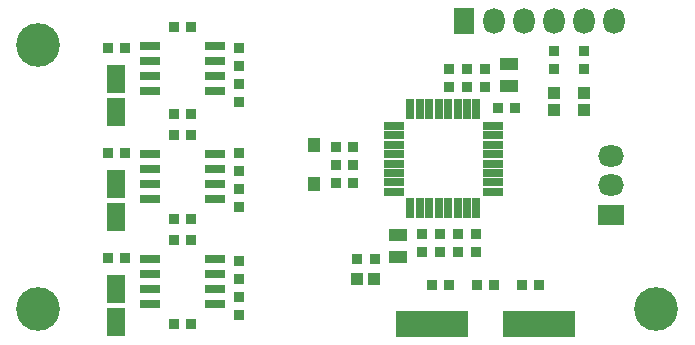
<source format=gts>
G04*
G04 #@! TF.GenerationSoftware,Altium Limited,Altium Designer,21.7.1 (17)*
G04*
G04 Layer_Color=8388736*
%FSLAX44Y44*%
%MOMM*%
G71*
G04*
G04 #@! TF.SameCoordinates,3410F848-C5A3-4CD9-B6BE-FCF06B59130C*
G04*
G04*
G04 #@! TF.FilePolarity,Negative*
G04*
G01*
G75*
%ADD25R,6.2000X2.2000*%
%ADD26R,0.6700X1.7200*%
%ADD27R,1.7200X0.6700*%
%ADD28R,1.5500X2.4000*%
%ADD29R,1.0000X1.0000*%
%ADD30R,1.0000X1.0000*%
%ADD31R,1.0800X1.2200*%
%ADD32R,1.7200X0.8000*%
%ADD33R,0.9500X0.9500*%
%ADD34R,0.9500X0.9500*%
%ADD35R,1.5000X1.1000*%
%ADD36C,3.7000*%
%ADD37R,2.2000X1.8000*%
%ADD38O,2.2000X1.8000*%
%ADD39O,1.8000X2.2000*%
%ADD40R,1.8000X2.2000*%
D25*
X371560Y25400D02*
D03*
X461560D02*
D03*
D26*
X353000Y123100D02*
D03*
X361000D02*
D03*
X369000D02*
D03*
X377000D02*
D03*
X385000D02*
D03*
X393000D02*
D03*
X401000D02*
D03*
X409000D02*
D03*
Y207100D02*
D03*
X401000D02*
D03*
X393000D02*
D03*
X385000D02*
D03*
X377000D02*
D03*
X369000D02*
D03*
X361000D02*
D03*
X353000D02*
D03*
D27*
X423000Y137100D02*
D03*
Y145100D02*
D03*
Y153100D02*
D03*
Y161100D02*
D03*
Y169100D02*
D03*
Y177100D02*
D03*
Y185100D02*
D03*
Y193100D02*
D03*
X339000D02*
D03*
Y185100D02*
D03*
Y177100D02*
D03*
Y169100D02*
D03*
Y161100D02*
D03*
Y153100D02*
D03*
Y145100D02*
D03*
Y137100D02*
D03*
D28*
X104140Y232540D02*
D03*
Y204340D02*
D03*
Y143640D02*
D03*
Y115440D02*
D03*
Y54740D02*
D03*
Y26540D02*
D03*
D29*
X500380Y220980D02*
D03*
Y205980D02*
D03*
X474980Y220980D02*
D03*
Y205980D02*
D03*
D30*
X307460Y63500D02*
D03*
X322460D02*
D03*
D31*
X271780Y143670D02*
D03*
Y176370D02*
D03*
D32*
X187420Y222250D02*
D03*
Y234950D02*
D03*
Y247650D02*
D03*
Y260350D02*
D03*
X132620Y222250D02*
D03*
Y234950D02*
D03*
Y247650D02*
D03*
Y260350D02*
D03*
X187420Y130810D02*
D03*
Y143510D02*
D03*
Y156210D02*
D03*
Y168910D02*
D03*
X132620Y130810D02*
D03*
Y143510D02*
D03*
Y156210D02*
D03*
Y168910D02*
D03*
X187420Y41910D02*
D03*
Y54610D02*
D03*
Y67310D02*
D03*
Y80010D02*
D03*
X132620Y41910D02*
D03*
Y54610D02*
D03*
Y67310D02*
D03*
Y80010D02*
D03*
D33*
X386080Y226180D02*
D03*
Y241180D02*
D03*
X416560Y241180D02*
D03*
Y226180D02*
D03*
X401320Y241180D02*
D03*
Y226180D02*
D03*
X363220Y86480D02*
D03*
Y101480D02*
D03*
X378460Y86480D02*
D03*
Y101480D02*
D03*
X393700Y86480D02*
D03*
Y101480D02*
D03*
X500380Y241420D02*
D03*
Y256420D02*
D03*
X474980Y241420D02*
D03*
Y256420D02*
D03*
X408940Y86480D02*
D03*
Y101480D02*
D03*
X208280Y213480D02*
D03*
Y228480D02*
D03*
Y243960D02*
D03*
Y258960D02*
D03*
Y124580D02*
D03*
Y139580D02*
D03*
Y155060D02*
D03*
Y170060D02*
D03*
Y33140D02*
D03*
Y48140D02*
D03*
Y63620D02*
D03*
Y78620D02*
D03*
D34*
X289680Y160020D02*
D03*
X304680D02*
D03*
X385960Y58420D02*
D03*
X370960D02*
D03*
X447160D02*
D03*
X462160D02*
D03*
X111640Y259080D02*
D03*
X96640D02*
D03*
X111640Y170180D02*
D03*
X96640D02*
D03*
X111640Y81280D02*
D03*
X96640D02*
D03*
X441840Y208280D02*
D03*
X426840D02*
D03*
X307714Y80469D02*
D03*
X322714D02*
D03*
X304680Y175260D02*
D03*
X289680D02*
D03*
X409060Y58420D02*
D03*
X424060D02*
D03*
X304680Y144780D02*
D03*
X289680D02*
D03*
X167520Y203200D02*
D03*
X152520D02*
D03*
X167520Y276860D02*
D03*
X152520D02*
D03*
X167520Y114300D02*
D03*
X152520D02*
D03*
X167520Y185420D02*
D03*
X152520D02*
D03*
X167520Y25400D02*
D03*
X152520D02*
D03*
X167520Y96520D02*
D03*
X152520D02*
D03*
D35*
X436880Y245720D02*
D03*
Y226720D02*
D03*
X342900Y81940D02*
D03*
Y100940D02*
D03*
D36*
X38100Y261620D02*
D03*
X561340Y38100D02*
D03*
X38100D02*
D03*
D37*
X523240Y117640D02*
D03*
D38*
Y142640D02*
D03*
Y167640D02*
D03*
D39*
X525780Y281940D02*
D03*
X500380D02*
D03*
X474980D02*
D03*
X449580D02*
D03*
X424180D02*
D03*
D40*
X398780D02*
D03*
M02*

</source>
